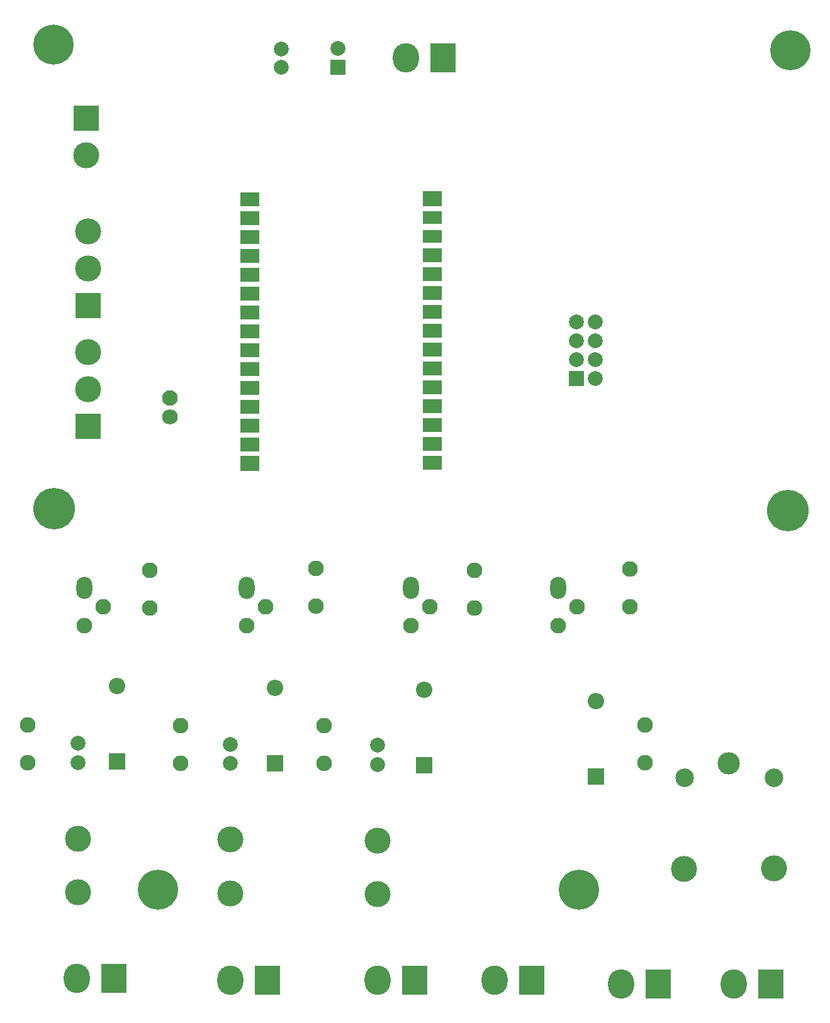
<source format=gbr>
%TF.GenerationSoftware,KiCad,Pcbnew,7.0.3*%
%TF.CreationDate,2023-06-13T13:40:26-05:00*%
%TF.ProjectId,intregration1,696e7472-6567-4726-9174-696f6e312e6b,rev?*%
%TF.SameCoordinates,Original*%
%TF.FileFunction,Soldermask,Top*%
%TF.FilePolarity,Negative*%
%FSLAX46Y46*%
G04 Gerber Fmt 4.6, Leading zero omitted, Abs format (unit mm)*
G04 Created by KiCad (PCBNEW 7.0.3) date 2023-06-13 13:40:26*
%MOMM*%
%LPD*%
G01*
G04 APERTURE LIST*
%ADD10C,5.600000*%
%ADD11C,5.400000*%
%ADD12O,2.125000X2.125000*%
%ADD13C,2.125000*%
%ADD14O,2.125000X2.000000*%
%ADD15C,2.100000*%
%ADD16O,2.200000X2.200000*%
%ADD17R,2.200000X2.200000*%
%ADD18O,3.500000X3.960000*%
%ADD19R,3.500000X3.960000*%
%ADD20C,3.500000*%
%ADD21R,3.500000X3.500000*%
%ADD22C,2.000000*%
%ADD23R,2.540000X1.950000*%
%ADD24R,2.540000X2.000000*%
%ADD25O,2.125000X3.000000*%
%ADD26R,2.540000X1.740000*%
%ADD27R,2.540000X2.100000*%
%ADD28C,2.500000*%
%ADD29C,3.000000*%
%ADD30R,2.000000X2.000000*%
G04 APERTURE END LIST*
D10*
%TO.C,H6*%
X54356000Y-96012000D03*
%TD*%
%TO.C,H5*%
X153041000Y-96266000D03*
%TD*%
D11*
%TO.C,H4*%
X124968000Y-147320000D03*
%TD*%
%TO.C,H3*%
X68326000Y-147320000D03*
%TD*%
%TO.C,H2*%
X153416000Y-34290000D03*
%TD*%
%TO.C,H1*%
X54256000Y-33528000D03*
%TD*%
D12*
%TO.C,R6*%
X50800000Y-125172000D03*
D13*
X50800000Y-130252000D03*
%TD*%
D14*
%TO.C,R1*%
X69957500Y-83687500D03*
D15*
X69957500Y-81147500D03*
%TD*%
D16*
%TO.C,D2*%
X104140000Y-120396000D03*
D17*
X104140000Y-130556000D03*
%TD*%
D12*
%TO.C,R2*%
X67230000Y-109397000D03*
D13*
X67230000Y-104317000D03*
%TD*%
D18*
%TO.C,J_fan1*%
X57404000Y-159258000D03*
D19*
X62404000Y-159258000D03*
%TD*%
D18*
%TO.C,5V1*%
X101717000Y-35352000D03*
D19*
X106717000Y-35352000D03*
%TD*%
D12*
%TO.C,R5*%
X131826000Y-109270000D03*
D13*
X131826000Y-104190000D03*
%TD*%
D18*
%TO.C,J_LOAD2*%
X130665000Y-160020000D03*
D19*
X135665000Y-160020000D03*
%TD*%
D20*
%TO.C,J2*%
X58889000Y-58651500D03*
X58889000Y-63651500D03*
D21*
X58889000Y-68651500D03*
%TD*%
D22*
%TO.C,C2*%
X84953000Y-34102000D03*
X84953000Y-36602000D03*
%TD*%
D20*
%TO.C,J1*%
X58889000Y-74907500D03*
X58889000Y-79907500D03*
D21*
X58889000Y-84907500D03*
%TD*%
D18*
%TO.C,J_AC_INPUT1*%
X113618000Y-159512000D03*
D19*
X118618000Y-159512000D03*
%TD*%
D18*
%TO.C,J_LOAD1*%
X145825000Y-160020000D03*
D19*
X150825000Y-160020000D03*
%TD*%
D23*
%TO.C,J_esp1*%
X80674500Y-54402000D03*
X80674500Y-56942000D03*
X80674500Y-59482000D03*
X80674500Y-62022000D03*
X80674500Y-64562000D03*
X80674500Y-67102000D03*
X80674500Y-69642000D03*
X80674500Y-72182000D03*
X80674500Y-74722000D03*
X80674500Y-77262000D03*
X80674500Y-79802000D03*
X80674500Y-82342000D03*
X80674500Y-84882000D03*
X80674500Y-87422000D03*
D24*
X80674500Y-89962000D03*
%TD*%
D12*
%TO.C,Q2*%
X102362000Y-111760000D03*
X104902000Y-109220000D03*
D25*
X102362000Y-106680000D03*
%TD*%
D20*
%TO.C,J4*%
X58674000Y-48434000D03*
D21*
X58674000Y-43434000D03*
%TD*%
D16*
%TO.C,D3*%
X84074000Y-120142000D03*
D17*
X84074000Y-130302000D03*
%TD*%
D23*
%TO.C,J_esp0*%
X105215000Y-89883000D03*
X105215000Y-87343000D03*
X105215000Y-84803000D03*
X105215000Y-82263000D03*
X105215000Y-79723000D03*
X105215000Y-77183000D03*
X105215000Y-74643000D03*
X105215000Y-72103000D03*
X105215000Y-69563000D03*
X105215000Y-67023000D03*
X105215000Y-64483000D03*
X105215000Y-61943000D03*
D26*
X105215000Y-59403000D03*
X105215000Y-56863000D03*
D27*
X105215000Y-54323000D03*
%TD*%
D22*
%TO.C,U_wpump1*%
X97870000Y-127889000D03*
X97870000Y-130470000D03*
D20*
X97870000Y-147955000D03*
X97870000Y-140716000D03*
%TD*%
D12*
%TO.C,R3*%
X110918000Y-109397000D03*
D13*
X110918000Y-104317000D03*
%TD*%
D18*
%TO.C,J_oxygen1*%
X78058000Y-159512000D03*
D19*
X83058000Y-159512000D03*
%TD*%
D12*
%TO.C,Q1*%
X58420000Y-111760000D03*
X60960000Y-109220000D03*
D25*
X58420000Y-106680000D03*
%TD*%
D16*
%TO.C,D4*%
X127254000Y-121920000D03*
D17*
X127254000Y-132080000D03*
%TD*%
D16*
%TO.C,D1*%
X62861000Y-119888000D03*
D17*
X62861000Y-130048000D03*
%TD*%
D28*
%TO.C,K_LIGHTS1*%
X139191000Y-132276000D03*
D20*
X139141000Y-144526000D03*
X151191000Y-144476000D03*
D28*
X151191000Y-132276000D03*
D29*
X145141000Y-130326000D03*
%TD*%
D18*
%TO.C,J_wpump1*%
X97870000Y-159512000D03*
D19*
X102870000Y-159512000D03*
%TD*%
D22*
%TO.C,C1*%
X92573000Y-34057113D03*
D30*
X92573000Y-36557113D03*
%TD*%
D25*
%TO.C,Q3*%
X80264000Y-106680000D03*
D12*
X82804000Y-109220000D03*
X80264000Y-111760000D03*
%TD*%
D13*
%TO.C,R7*%
X90678000Y-130295750D03*
D12*
X90678000Y-125215750D03*
%TD*%
D22*
%TO.C,U_oxygen1*%
X78058000Y-127762000D03*
X78058000Y-130343000D03*
D20*
X78058000Y-147828000D03*
X78058000Y-140589000D03*
%TD*%
D12*
%TO.C,R4*%
X89582000Y-109143000D03*
D13*
X89582000Y-104063000D03*
%TD*%
D12*
%TO.C,R9*%
X133858000Y-125172000D03*
D13*
X133858000Y-130252000D03*
%TD*%
D12*
%TO.C,Q4*%
X122174000Y-111760000D03*
X124714000Y-109220000D03*
D25*
X122174000Y-106680000D03*
%TD*%
D22*
%TO.C,U2*%
X127208000Y-70903000D03*
X124668000Y-70903000D03*
X127208000Y-73443000D03*
X124668000Y-73443000D03*
X127208000Y-75983000D03*
X124668000Y-75983000D03*
X127208000Y-78523000D03*
D30*
X124668000Y-78523000D03*
%TD*%
D22*
%TO.C,U_fan1*%
X57607000Y-127635000D03*
X57607000Y-130216000D03*
D20*
X57607000Y-147701000D03*
X57607000Y-140462000D03*
%TD*%
D12*
%TO.C,R8*%
X71374000Y-125215750D03*
D13*
X71374000Y-130295750D03*
%TD*%
M02*

</source>
